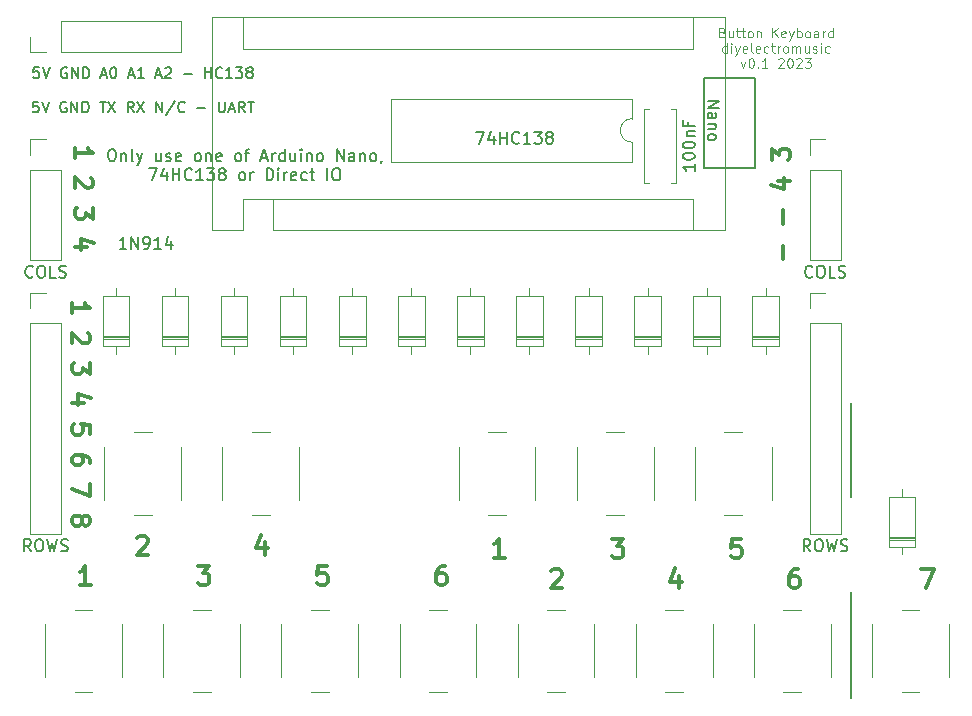
<source format=gbr>
%TF.GenerationSoftware,KiCad,Pcbnew,(6.0.5)*%
%TF.CreationDate,2023-01-23T15:27:26+00:00*%
%TF.ProjectId,ButtonKeyboard,42757474-6f6e-44b6-9579-626f6172642e,rev?*%
%TF.SameCoordinates,Original*%
%TF.FileFunction,Legend,Top*%
%TF.FilePolarity,Positive*%
%FSLAX46Y46*%
G04 Gerber Fmt 4.6, Leading zero omitted, Abs format (unit mm)*
G04 Created by KiCad (PCBNEW (6.0.5)) date 2023-01-23 15:27:26*
%MOMM*%
%LPD*%
G01*
G04 APERTURE LIST*
%ADD10C,0.150000*%
%ADD11C,0.100000*%
%ADD12C,0.300000*%
%ADD13C,0.120000*%
G04 APERTURE END LIST*
D10*
X107514857Y-71545380D02*
X107705333Y-71545380D01*
X107800571Y-71593000D01*
X107895809Y-71688238D01*
X107943428Y-71878714D01*
X107943428Y-72212047D01*
X107895809Y-72402523D01*
X107800571Y-72497761D01*
X107705333Y-72545380D01*
X107514857Y-72545380D01*
X107419619Y-72497761D01*
X107324380Y-72402523D01*
X107276761Y-72212047D01*
X107276761Y-71878714D01*
X107324380Y-71688238D01*
X107419619Y-71593000D01*
X107514857Y-71545380D01*
X108372000Y-71878714D02*
X108372000Y-72545380D01*
X108372000Y-71973952D02*
X108419619Y-71926333D01*
X108514857Y-71878714D01*
X108657714Y-71878714D01*
X108752952Y-71926333D01*
X108800571Y-72021571D01*
X108800571Y-72545380D01*
X109419619Y-72545380D02*
X109324380Y-72497761D01*
X109276761Y-72402523D01*
X109276761Y-71545380D01*
X109705333Y-71878714D02*
X109943428Y-72545380D01*
X110181523Y-71878714D02*
X109943428Y-72545380D01*
X109848190Y-72783476D01*
X109800571Y-72831095D01*
X109705333Y-72878714D01*
X111752952Y-71878714D02*
X111752952Y-72545380D01*
X111324380Y-71878714D02*
X111324380Y-72402523D01*
X111372000Y-72497761D01*
X111467238Y-72545380D01*
X111610095Y-72545380D01*
X111705333Y-72497761D01*
X111752952Y-72450142D01*
X112181523Y-72497761D02*
X112276761Y-72545380D01*
X112467238Y-72545380D01*
X112562476Y-72497761D01*
X112610095Y-72402523D01*
X112610095Y-72354904D01*
X112562476Y-72259666D01*
X112467238Y-72212047D01*
X112324380Y-72212047D01*
X112229142Y-72164428D01*
X112181523Y-72069190D01*
X112181523Y-72021571D01*
X112229142Y-71926333D01*
X112324380Y-71878714D01*
X112467238Y-71878714D01*
X112562476Y-71926333D01*
X113419619Y-72497761D02*
X113324380Y-72545380D01*
X113133904Y-72545380D01*
X113038666Y-72497761D01*
X112991047Y-72402523D01*
X112991047Y-72021571D01*
X113038666Y-71926333D01*
X113133904Y-71878714D01*
X113324380Y-71878714D01*
X113419619Y-71926333D01*
X113467238Y-72021571D01*
X113467238Y-72116809D01*
X112991047Y-72212047D01*
X114800571Y-72545380D02*
X114705333Y-72497761D01*
X114657714Y-72450142D01*
X114610095Y-72354904D01*
X114610095Y-72069190D01*
X114657714Y-71973952D01*
X114705333Y-71926333D01*
X114800571Y-71878714D01*
X114943428Y-71878714D01*
X115038666Y-71926333D01*
X115086285Y-71973952D01*
X115133904Y-72069190D01*
X115133904Y-72354904D01*
X115086285Y-72450142D01*
X115038666Y-72497761D01*
X114943428Y-72545380D01*
X114800571Y-72545380D01*
X115562476Y-71878714D02*
X115562476Y-72545380D01*
X115562476Y-71973952D02*
X115610095Y-71926333D01*
X115705333Y-71878714D01*
X115848190Y-71878714D01*
X115943428Y-71926333D01*
X115991047Y-72021571D01*
X115991047Y-72545380D01*
X116848190Y-72497761D02*
X116752952Y-72545380D01*
X116562476Y-72545380D01*
X116467238Y-72497761D01*
X116419619Y-72402523D01*
X116419619Y-72021571D01*
X116467238Y-71926333D01*
X116562476Y-71878714D01*
X116752952Y-71878714D01*
X116848190Y-71926333D01*
X116895809Y-72021571D01*
X116895809Y-72116809D01*
X116419619Y-72212047D01*
X118229142Y-72545380D02*
X118133904Y-72497761D01*
X118086285Y-72450142D01*
X118038666Y-72354904D01*
X118038666Y-72069190D01*
X118086285Y-71973952D01*
X118133904Y-71926333D01*
X118229142Y-71878714D01*
X118372000Y-71878714D01*
X118467238Y-71926333D01*
X118514857Y-71973952D01*
X118562476Y-72069190D01*
X118562476Y-72354904D01*
X118514857Y-72450142D01*
X118467238Y-72497761D01*
X118372000Y-72545380D01*
X118229142Y-72545380D01*
X118848190Y-71878714D02*
X119229142Y-71878714D01*
X118991047Y-72545380D02*
X118991047Y-71688238D01*
X119038666Y-71593000D01*
X119133904Y-71545380D01*
X119229142Y-71545380D01*
X120276761Y-72259666D02*
X120752952Y-72259666D01*
X120181523Y-72545380D02*
X120514857Y-71545380D01*
X120848190Y-72545380D01*
X121181523Y-72545380D02*
X121181523Y-71878714D01*
X121181523Y-72069190D02*
X121229142Y-71973952D01*
X121276761Y-71926333D01*
X121372000Y-71878714D01*
X121467238Y-71878714D01*
X122229142Y-72545380D02*
X122229142Y-71545380D01*
X122229142Y-72497761D02*
X122133904Y-72545380D01*
X121943428Y-72545380D01*
X121848190Y-72497761D01*
X121800571Y-72450142D01*
X121752952Y-72354904D01*
X121752952Y-72069190D01*
X121800571Y-71973952D01*
X121848190Y-71926333D01*
X121943428Y-71878714D01*
X122133904Y-71878714D01*
X122229142Y-71926333D01*
X123133904Y-71878714D02*
X123133904Y-72545380D01*
X122705333Y-71878714D02*
X122705333Y-72402523D01*
X122752952Y-72497761D01*
X122848190Y-72545380D01*
X122991047Y-72545380D01*
X123086285Y-72497761D01*
X123133904Y-72450142D01*
X123610095Y-72545380D02*
X123610095Y-71878714D01*
X123610095Y-71545380D02*
X123562476Y-71593000D01*
X123610095Y-71640619D01*
X123657714Y-71593000D01*
X123610095Y-71545380D01*
X123610095Y-71640619D01*
X124086285Y-71878714D02*
X124086285Y-72545380D01*
X124086285Y-71973952D02*
X124133904Y-71926333D01*
X124229142Y-71878714D01*
X124372000Y-71878714D01*
X124467238Y-71926333D01*
X124514857Y-72021571D01*
X124514857Y-72545380D01*
X125133904Y-72545380D02*
X125038666Y-72497761D01*
X124991047Y-72450142D01*
X124943428Y-72354904D01*
X124943428Y-72069190D01*
X124991047Y-71973952D01*
X125038666Y-71926333D01*
X125133904Y-71878714D01*
X125276761Y-71878714D01*
X125372000Y-71926333D01*
X125419619Y-71973952D01*
X125467238Y-72069190D01*
X125467238Y-72354904D01*
X125419619Y-72450142D01*
X125372000Y-72497761D01*
X125276761Y-72545380D01*
X125133904Y-72545380D01*
X126657714Y-72545380D02*
X126657714Y-71545380D01*
X127229142Y-72545380D01*
X127229142Y-71545380D01*
X128133904Y-72545380D02*
X128133904Y-72021571D01*
X128086285Y-71926333D01*
X127991047Y-71878714D01*
X127800571Y-71878714D01*
X127705333Y-71926333D01*
X128133904Y-72497761D02*
X128038666Y-72545380D01*
X127800571Y-72545380D01*
X127705333Y-72497761D01*
X127657714Y-72402523D01*
X127657714Y-72307285D01*
X127705333Y-72212047D01*
X127800571Y-72164428D01*
X128038666Y-72164428D01*
X128133904Y-72116809D01*
X128610095Y-71878714D02*
X128610095Y-72545380D01*
X128610095Y-71973952D02*
X128657714Y-71926333D01*
X128752952Y-71878714D01*
X128895809Y-71878714D01*
X128991047Y-71926333D01*
X129038666Y-72021571D01*
X129038666Y-72545380D01*
X129657714Y-72545380D02*
X129562476Y-72497761D01*
X129514857Y-72450142D01*
X129467238Y-72354904D01*
X129467238Y-72069190D01*
X129514857Y-71973952D01*
X129562476Y-71926333D01*
X129657714Y-71878714D01*
X129800571Y-71878714D01*
X129895809Y-71926333D01*
X129943428Y-71973952D01*
X129991047Y-72069190D01*
X129991047Y-72354904D01*
X129943428Y-72450142D01*
X129895809Y-72497761D01*
X129800571Y-72545380D01*
X129657714Y-72545380D01*
X130467238Y-72497761D02*
X130467238Y-72545380D01*
X130419619Y-72640619D01*
X130372000Y-72688238D01*
X110752952Y-73155380D02*
X111419619Y-73155380D01*
X110991047Y-74155380D01*
X112229142Y-73488714D02*
X112229142Y-74155380D01*
X111991047Y-73107761D02*
X111752952Y-73822047D01*
X112372000Y-73822047D01*
X112752952Y-74155380D02*
X112752952Y-73155380D01*
X112752952Y-73631571D02*
X113324380Y-73631571D01*
X113324380Y-74155380D02*
X113324380Y-73155380D01*
X114372000Y-74060142D02*
X114324380Y-74107761D01*
X114181523Y-74155380D01*
X114086285Y-74155380D01*
X113943428Y-74107761D01*
X113848190Y-74012523D01*
X113800571Y-73917285D01*
X113752952Y-73726809D01*
X113752952Y-73583952D01*
X113800571Y-73393476D01*
X113848190Y-73298238D01*
X113943428Y-73203000D01*
X114086285Y-73155380D01*
X114181523Y-73155380D01*
X114324380Y-73203000D01*
X114372000Y-73250619D01*
X115324380Y-74155380D02*
X114752952Y-74155380D01*
X115038666Y-74155380D02*
X115038666Y-73155380D01*
X114943428Y-73298238D01*
X114848190Y-73393476D01*
X114752952Y-73441095D01*
X115657714Y-73155380D02*
X116276761Y-73155380D01*
X115943428Y-73536333D01*
X116086285Y-73536333D01*
X116181523Y-73583952D01*
X116229142Y-73631571D01*
X116276761Y-73726809D01*
X116276761Y-73964904D01*
X116229142Y-74060142D01*
X116181523Y-74107761D01*
X116086285Y-74155380D01*
X115800571Y-74155380D01*
X115705333Y-74107761D01*
X115657714Y-74060142D01*
X116848190Y-73583952D02*
X116752952Y-73536333D01*
X116705333Y-73488714D01*
X116657714Y-73393476D01*
X116657714Y-73345857D01*
X116705333Y-73250619D01*
X116752952Y-73203000D01*
X116848190Y-73155380D01*
X117038666Y-73155380D01*
X117133904Y-73203000D01*
X117181523Y-73250619D01*
X117229142Y-73345857D01*
X117229142Y-73393476D01*
X117181523Y-73488714D01*
X117133904Y-73536333D01*
X117038666Y-73583952D01*
X116848190Y-73583952D01*
X116752952Y-73631571D01*
X116705333Y-73679190D01*
X116657714Y-73774428D01*
X116657714Y-73964904D01*
X116705333Y-74060142D01*
X116752952Y-74107761D01*
X116848190Y-74155380D01*
X117038666Y-74155380D01*
X117133904Y-74107761D01*
X117181523Y-74060142D01*
X117229142Y-73964904D01*
X117229142Y-73774428D01*
X117181523Y-73679190D01*
X117133904Y-73631571D01*
X117038666Y-73583952D01*
X118562476Y-74155380D02*
X118467238Y-74107761D01*
X118419619Y-74060142D01*
X118372000Y-73964904D01*
X118372000Y-73679190D01*
X118419619Y-73583952D01*
X118467238Y-73536333D01*
X118562476Y-73488714D01*
X118705333Y-73488714D01*
X118800571Y-73536333D01*
X118848190Y-73583952D01*
X118895809Y-73679190D01*
X118895809Y-73964904D01*
X118848190Y-74060142D01*
X118800571Y-74107761D01*
X118705333Y-74155380D01*
X118562476Y-74155380D01*
X119324380Y-74155380D02*
X119324380Y-73488714D01*
X119324380Y-73679190D02*
X119372000Y-73583952D01*
X119419619Y-73536333D01*
X119514857Y-73488714D01*
X119610095Y-73488714D01*
X120705333Y-74155380D02*
X120705333Y-73155380D01*
X120943428Y-73155380D01*
X121086285Y-73203000D01*
X121181523Y-73298238D01*
X121229142Y-73393476D01*
X121276761Y-73583952D01*
X121276761Y-73726809D01*
X121229142Y-73917285D01*
X121181523Y-74012523D01*
X121086285Y-74107761D01*
X120943428Y-74155380D01*
X120705333Y-74155380D01*
X121705333Y-74155380D02*
X121705333Y-73488714D01*
X121705333Y-73155380D02*
X121657714Y-73203000D01*
X121705333Y-73250619D01*
X121752952Y-73203000D01*
X121705333Y-73155380D01*
X121705333Y-73250619D01*
X122181523Y-74155380D02*
X122181523Y-73488714D01*
X122181523Y-73679190D02*
X122229142Y-73583952D01*
X122276761Y-73536333D01*
X122372000Y-73488714D01*
X122467238Y-73488714D01*
X123181523Y-74107761D02*
X123086285Y-74155380D01*
X122895809Y-74155380D01*
X122800571Y-74107761D01*
X122752952Y-74012523D01*
X122752952Y-73631571D01*
X122800571Y-73536333D01*
X122895809Y-73488714D01*
X123086285Y-73488714D01*
X123181523Y-73536333D01*
X123229142Y-73631571D01*
X123229142Y-73726809D01*
X122752952Y-73822047D01*
X124086285Y-74107761D02*
X123991047Y-74155380D01*
X123800571Y-74155380D01*
X123705333Y-74107761D01*
X123657714Y-74060142D01*
X123610095Y-73964904D01*
X123610095Y-73679190D01*
X123657714Y-73583952D01*
X123705333Y-73536333D01*
X123800571Y-73488714D01*
X123991047Y-73488714D01*
X124086285Y-73536333D01*
X124372000Y-73488714D02*
X124752952Y-73488714D01*
X124514857Y-73155380D02*
X124514857Y-74012523D01*
X124562476Y-74107761D01*
X124657714Y-74155380D01*
X124752952Y-74155380D01*
X125848190Y-74155380D02*
X125848190Y-73155380D01*
X126514857Y-73155380D02*
X126705333Y-73155380D01*
X126800571Y-73203000D01*
X126895809Y-73298238D01*
X126943428Y-73488714D01*
X126943428Y-73822047D01*
X126895809Y-74012523D01*
X126800571Y-74107761D01*
X126705333Y-74155380D01*
X126514857Y-74155380D01*
X126419619Y-74107761D01*
X126324380Y-74012523D01*
X126276761Y-73822047D01*
X126276761Y-73488714D01*
X126324380Y-73298238D01*
X126419619Y-73203000D01*
X126514857Y-73155380D01*
D11*
X159296666Y-61646857D02*
X159410952Y-61684952D01*
X159449047Y-61723047D01*
X159487142Y-61799238D01*
X159487142Y-61913523D01*
X159449047Y-61989714D01*
X159410952Y-62027809D01*
X159334761Y-62065904D01*
X159030000Y-62065904D01*
X159030000Y-61265904D01*
X159296666Y-61265904D01*
X159372857Y-61304000D01*
X159410952Y-61342095D01*
X159449047Y-61418285D01*
X159449047Y-61494476D01*
X159410952Y-61570666D01*
X159372857Y-61608761D01*
X159296666Y-61646857D01*
X159030000Y-61646857D01*
X160172857Y-61532571D02*
X160172857Y-62065904D01*
X159830000Y-61532571D02*
X159830000Y-61951619D01*
X159868095Y-62027809D01*
X159944285Y-62065904D01*
X160058571Y-62065904D01*
X160134761Y-62027809D01*
X160172857Y-61989714D01*
X160439523Y-61532571D02*
X160744285Y-61532571D01*
X160553809Y-61265904D02*
X160553809Y-61951619D01*
X160591904Y-62027809D01*
X160668095Y-62065904D01*
X160744285Y-62065904D01*
X160896666Y-61532571D02*
X161201428Y-61532571D01*
X161010952Y-61265904D02*
X161010952Y-61951619D01*
X161049047Y-62027809D01*
X161125238Y-62065904D01*
X161201428Y-62065904D01*
X161582380Y-62065904D02*
X161506190Y-62027809D01*
X161468095Y-61989714D01*
X161430000Y-61913523D01*
X161430000Y-61684952D01*
X161468095Y-61608761D01*
X161506190Y-61570666D01*
X161582380Y-61532571D01*
X161696666Y-61532571D01*
X161772857Y-61570666D01*
X161810952Y-61608761D01*
X161849047Y-61684952D01*
X161849047Y-61913523D01*
X161810952Y-61989714D01*
X161772857Y-62027809D01*
X161696666Y-62065904D01*
X161582380Y-62065904D01*
X162191904Y-61532571D02*
X162191904Y-62065904D01*
X162191904Y-61608761D02*
X162230000Y-61570666D01*
X162306190Y-61532571D01*
X162420476Y-61532571D01*
X162496666Y-61570666D01*
X162534761Y-61646857D01*
X162534761Y-62065904D01*
X163525238Y-62065904D02*
X163525238Y-61265904D01*
X163982380Y-62065904D02*
X163639523Y-61608761D01*
X163982380Y-61265904D02*
X163525238Y-61723047D01*
X164630000Y-62027809D02*
X164553809Y-62065904D01*
X164401428Y-62065904D01*
X164325238Y-62027809D01*
X164287142Y-61951619D01*
X164287142Y-61646857D01*
X164325238Y-61570666D01*
X164401428Y-61532571D01*
X164553809Y-61532571D01*
X164630000Y-61570666D01*
X164668095Y-61646857D01*
X164668095Y-61723047D01*
X164287142Y-61799238D01*
X164934761Y-61532571D02*
X165125238Y-62065904D01*
X165315714Y-61532571D02*
X165125238Y-62065904D01*
X165049047Y-62256380D01*
X165010952Y-62294476D01*
X164934761Y-62332571D01*
X165620476Y-62065904D02*
X165620476Y-61265904D01*
X165620476Y-61570666D02*
X165696666Y-61532571D01*
X165849047Y-61532571D01*
X165925238Y-61570666D01*
X165963333Y-61608761D01*
X166001428Y-61684952D01*
X166001428Y-61913523D01*
X165963333Y-61989714D01*
X165925238Y-62027809D01*
X165849047Y-62065904D01*
X165696666Y-62065904D01*
X165620476Y-62027809D01*
X166458571Y-62065904D02*
X166382380Y-62027809D01*
X166344285Y-61989714D01*
X166306190Y-61913523D01*
X166306190Y-61684952D01*
X166344285Y-61608761D01*
X166382380Y-61570666D01*
X166458571Y-61532571D01*
X166572857Y-61532571D01*
X166649047Y-61570666D01*
X166687142Y-61608761D01*
X166725238Y-61684952D01*
X166725238Y-61913523D01*
X166687142Y-61989714D01*
X166649047Y-62027809D01*
X166572857Y-62065904D01*
X166458571Y-62065904D01*
X167410952Y-62065904D02*
X167410952Y-61646857D01*
X167372857Y-61570666D01*
X167296666Y-61532571D01*
X167144285Y-61532571D01*
X167068095Y-61570666D01*
X167410952Y-62027809D02*
X167334761Y-62065904D01*
X167144285Y-62065904D01*
X167068095Y-62027809D01*
X167030000Y-61951619D01*
X167030000Y-61875428D01*
X167068095Y-61799238D01*
X167144285Y-61761142D01*
X167334761Y-61761142D01*
X167410952Y-61723047D01*
X167791904Y-62065904D02*
X167791904Y-61532571D01*
X167791904Y-61684952D02*
X167830000Y-61608761D01*
X167868095Y-61570666D01*
X167944285Y-61532571D01*
X168020476Y-61532571D01*
X168630000Y-62065904D02*
X168630000Y-61265904D01*
X168630000Y-62027809D02*
X168553809Y-62065904D01*
X168401428Y-62065904D01*
X168325238Y-62027809D01*
X168287142Y-61989714D01*
X168249047Y-61913523D01*
X168249047Y-61684952D01*
X168287142Y-61608761D01*
X168325238Y-61570666D01*
X168401428Y-61532571D01*
X168553809Y-61532571D01*
X168630000Y-61570666D01*
X159677619Y-63353904D02*
X159677619Y-62553904D01*
X159677619Y-63315809D02*
X159601428Y-63353904D01*
X159449047Y-63353904D01*
X159372857Y-63315809D01*
X159334761Y-63277714D01*
X159296666Y-63201523D01*
X159296666Y-62972952D01*
X159334761Y-62896761D01*
X159372857Y-62858666D01*
X159449047Y-62820571D01*
X159601428Y-62820571D01*
X159677619Y-62858666D01*
X160058571Y-63353904D02*
X160058571Y-62820571D01*
X160058571Y-62553904D02*
X160020476Y-62592000D01*
X160058571Y-62630095D01*
X160096666Y-62592000D01*
X160058571Y-62553904D01*
X160058571Y-62630095D01*
X160363333Y-62820571D02*
X160553809Y-63353904D01*
X160744285Y-62820571D02*
X160553809Y-63353904D01*
X160477619Y-63544380D01*
X160439523Y-63582476D01*
X160363333Y-63620571D01*
X161353809Y-63315809D02*
X161277619Y-63353904D01*
X161125238Y-63353904D01*
X161049047Y-63315809D01*
X161010952Y-63239619D01*
X161010952Y-62934857D01*
X161049047Y-62858666D01*
X161125238Y-62820571D01*
X161277619Y-62820571D01*
X161353809Y-62858666D01*
X161391904Y-62934857D01*
X161391904Y-63011047D01*
X161010952Y-63087238D01*
X161849047Y-63353904D02*
X161772857Y-63315809D01*
X161734761Y-63239619D01*
X161734761Y-62553904D01*
X162458571Y-63315809D02*
X162382380Y-63353904D01*
X162230000Y-63353904D01*
X162153809Y-63315809D01*
X162115714Y-63239619D01*
X162115714Y-62934857D01*
X162153809Y-62858666D01*
X162230000Y-62820571D01*
X162382380Y-62820571D01*
X162458571Y-62858666D01*
X162496666Y-62934857D01*
X162496666Y-63011047D01*
X162115714Y-63087238D01*
X163182380Y-63315809D02*
X163106190Y-63353904D01*
X162953809Y-63353904D01*
X162877619Y-63315809D01*
X162839523Y-63277714D01*
X162801428Y-63201523D01*
X162801428Y-62972952D01*
X162839523Y-62896761D01*
X162877619Y-62858666D01*
X162953809Y-62820571D01*
X163106190Y-62820571D01*
X163182380Y-62858666D01*
X163410952Y-62820571D02*
X163715714Y-62820571D01*
X163525238Y-62553904D02*
X163525238Y-63239619D01*
X163563333Y-63315809D01*
X163639523Y-63353904D01*
X163715714Y-63353904D01*
X163982380Y-63353904D02*
X163982380Y-62820571D01*
X163982380Y-62972952D02*
X164020476Y-62896761D01*
X164058571Y-62858666D01*
X164134761Y-62820571D01*
X164210952Y-62820571D01*
X164591904Y-63353904D02*
X164515714Y-63315809D01*
X164477619Y-63277714D01*
X164439523Y-63201523D01*
X164439523Y-62972952D01*
X164477619Y-62896761D01*
X164515714Y-62858666D01*
X164591904Y-62820571D01*
X164706190Y-62820571D01*
X164782380Y-62858666D01*
X164820476Y-62896761D01*
X164858571Y-62972952D01*
X164858571Y-63201523D01*
X164820476Y-63277714D01*
X164782380Y-63315809D01*
X164706190Y-63353904D01*
X164591904Y-63353904D01*
X165201428Y-63353904D02*
X165201428Y-62820571D01*
X165201428Y-62896761D02*
X165239523Y-62858666D01*
X165315714Y-62820571D01*
X165430000Y-62820571D01*
X165506190Y-62858666D01*
X165544285Y-62934857D01*
X165544285Y-63353904D01*
X165544285Y-62934857D02*
X165582380Y-62858666D01*
X165658571Y-62820571D01*
X165772857Y-62820571D01*
X165849047Y-62858666D01*
X165887142Y-62934857D01*
X165887142Y-63353904D01*
X166610952Y-62820571D02*
X166610952Y-63353904D01*
X166268095Y-62820571D02*
X166268095Y-63239619D01*
X166306190Y-63315809D01*
X166382380Y-63353904D01*
X166496666Y-63353904D01*
X166572857Y-63315809D01*
X166610952Y-63277714D01*
X166953809Y-63315809D02*
X167030000Y-63353904D01*
X167182380Y-63353904D01*
X167258571Y-63315809D01*
X167296666Y-63239619D01*
X167296666Y-63201523D01*
X167258571Y-63125333D01*
X167182380Y-63087238D01*
X167068095Y-63087238D01*
X166991904Y-63049142D01*
X166953809Y-62972952D01*
X166953809Y-62934857D01*
X166991904Y-62858666D01*
X167068095Y-62820571D01*
X167182380Y-62820571D01*
X167258571Y-62858666D01*
X167639523Y-63353904D02*
X167639523Y-62820571D01*
X167639523Y-62553904D02*
X167601428Y-62592000D01*
X167639523Y-62630095D01*
X167677619Y-62592000D01*
X167639523Y-62553904D01*
X167639523Y-62630095D01*
X168363333Y-63315809D02*
X168287142Y-63353904D01*
X168134761Y-63353904D01*
X168058571Y-63315809D01*
X168020476Y-63277714D01*
X167982380Y-63201523D01*
X167982380Y-62972952D01*
X168020476Y-62896761D01*
X168058571Y-62858666D01*
X168134761Y-62820571D01*
X168287142Y-62820571D01*
X168363333Y-62858666D01*
X160858571Y-64108571D02*
X161049047Y-64641904D01*
X161239523Y-64108571D01*
X161696666Y-63841904D02*
X161772857Y-63841904D01*
X161849047Y-63880000D01*
X161887142Y-63918095D01*
X161925238Y-63994285D01*
X161963333Y-64146666D01*
X161963333Y-64337142D01*
X161925238Y-64489523D01*
X161887142Y-64565714D01*
X161849047Y-64603809D01*
X161772857Y-64641904D01*
X161696666Y-64641904D01*
X161620476Y-64603809D01*
X161582380Y-64565714D01*
X161544285Y-64489523D01*
X161506190Y-64337142D01*
X161506190Y-64146666D01*
X161544285Y-63994285D01*
X161582380Y-63918095D01*
X161620476Y-63880000D01*
X161696666Y-63841904D01*
X162306190Y-64565714D02*
X162344285Y-64603809D01*
X162306190Y-64641904D01*
X162268095Y-64603809D01*
X162306190Y-64565714D01*
X162306190Y-64641904D01*
X163106190Y-64641904D02*
X162649047Y-64641904D01*
X162877619Y-64641904D02*
X162877619Y-63841904D01*
X162801428Y-63956190D01*
X162725238Y-64032380D01*
X162649047Y-64070476D01*
X164020476Y-63918095D02*
X164058571Y-63880000D01*
X164134761Y-63841904D01*
X164325238Y-63841904D01*
X164401428Y-63880000D01*
X164439523Y-63918095D01*
X164477619Y-63994285D01*
X164477619Y-64070476D01*
X164439523Y-64184761D01*
X163982380Y-64641904D01*
X164477619Y-64641904D01*
X164972857Y-63841904D02*
X165049047Y-63841904D01*
X165125238Y-63880000D01*
X165163333Y-63918095D01*
X165201428Y-63994285D01*
X165239523Y-64146666D01*
X165239523Y-64337142D01*
X165201428Y-64489523D01*
X165163333Y-64565714D01*
X165125238Y-64603809D01*
X165049047Y-64641904D01*
X164972857Y-64641904D01*
X164896666Y-64603809D01*
X164858571Y-64565714D01*
X164820476Y-64489523D01*
X164782380Y-64337142D01*
X164782380Y-64146666D01*
X164820476Y-63994285D01*
X164858571Y-63918095D01*
X164896666Y-63880000D01*
X164972857Y-63841904D01*
X165544285Y-63918095D02*
X165582380Y-63880000D01*
X165658571Y-63841904D01*
X165849047Y-63841904D01*
X165925238Y-63880000D01*
X165963333Y-63918095D01*
X166001428Y-63994285D01*
X166001428Y-64070476D01*
X165963333Y-64184761D01*
X165506190Y-64641904D01*
X166001428Y-64641904D01*
X166268095Y-63841904D02*
X166763333Y-63841904D01*
X166496666Y-64146666D01*
X166610952Y-64146666D01*
X166687142Y-64184761D01*
X166725238Y-64222857D01*
X166763333Y-64299047D01*
X166763333Y-64489523D01*
X166725238Y-64565714D01*
X166687142Y-64603809D01*
X166610952Y-64641904D01*
X166382380Y-64641904D01*
X166306190Y-64603809D01*
X166268095Y-64565714D01*
D10*
X170180000Y-109000000D02*
X170180000Y-118000000D01*
D12*
X140860047Y-106115809D02*
X139945761Y-106115809D01*
X140402904Y-106115809D02*
X140402904Y-104515809D01*
X140250523Y-104744380D01*
X140098142Y-104896761D01*
X139945761Y-104972952D01*
X149926714Y-104515809D02*
X150917190Y-104515809D01*
X150383857Y-105125333D01*
X150612428Y-105125333D01*
X150764809Y-105201523D01*
X150841000Y-105277714D01*
X150917190Y-105430095D01*
X150917190Y-105811047D01*
X150841000Y-105963428D01*
X150764809Y-106039619D01*
X150612428Y-106115809D01*
X150155285Y-106115809D01*
X150002904Y-106039619D01*
X149926714Y-105963428D01*
X160898142Y-104515809D02*
X160136238Y-104515809D01*
X160060047Y-105277714D01*
X160136238Y-105201523D01*
X160288619Y-105125333D01*
X160669571Y-105125333D01*
X160821952Y-105201523D01*
X160898142Y-105277714D01*
X160974333Y-105430095D01*
X160974333Y-105811047D01*
X160898142Y-105963428D01*
X160821952Y-106039619D01*
X160669571Y-106115809D01*
X160288619Y-106115809D01*
X160136238Y-106039619D01*
X160060047Y-105963428D01*
X144821952Y-107244190D02*
X144898142Y-107168000D01*
X145050523Y-107091809D01*
X145431476Y-107091809D01*
X145583857Y-107168000D01*
X145660047Y-107244190D01*
X145736238Y-107396571D01*
X145736238Y-107548952D01*
X145660047Y-107777523D01*
X144745761Y-108691809D01*
X145736238Y-108691809D01*
X155641000Y-107625142D02*
X155641000Y-108691809D01*
X155260047Y-107015619D02*
X154879095Y-108158476D01*
X155869571Y-108158476D01*
X165698142Y-107091809D02*
X165393380Y-107091809D01*
X165241000Y-107168000D01*
X165164809Y-107244190D01*
X165012428Y-107472761D01*
X164936238Y-107777523D01*
X164936238Y-108387047D01*
X165012428Y-108539428D01*
X165088619Y-108615619D01*
X165241000Y-108691809D01*
X165545761Y-108691809D01*
X165698142Y-108615619D01*
X165774333Y-108539428D01*
X165850523Y-108387047D01*
X165850523Y-108006095D01*
X165774333Y-107853714D01*
X165698142Y-107777523D01*
X165545761Y-107701333D01*
X165241000Y-107701333D01*
X165088619Y-107777523D01*
X165012428Y-107853714D01*
X164936238Y-108006095D01*
X176136238Y-107091809D02*
X177202904Y-107091809D01*
X176517190Y-108691809D01*
X109769952Y-104414190D02*
X109846142Y-104338000D01*
X109998523Y-104261809D01*
X110379476Y-104261809D01*
X110531857Y-104338000D01*
X110608047Y-104414190D01*
X110684238Y-104566571D01*
X110684238Y-104718952D01*
X110608047Y-104947523D01*
X109693761Y-105861809D01*
X110684238Y-105861809D01*
X120589000Y-104795142D02*
X120589000Y-105861809D01*
X120208047Y-104185619D02*
X119827095Y-105328476D01*
X120817571Y-105328476D01*
X105808047Y-108437809D02*
X104893761Y-108437809D01*
X105350904Y-108437809D02*
X105350904Y-106837809D01*
X105198523Y-107066380D01*
X105046142Y-107218761D01*
X104893761Y-107294952D01*
X114874714Y-106837809D02*
X115865190Y-106837809D01*
X115331857Y-107447333D01*
X115560428Y-107447333D01*
X115712809Y-107523523D01*
X115789000Y-107599714D01*
X115865190Y-107752095D01*
X115865190Y-108133047D01*
X115789000Y-108285428D01*
X115712809Y-108361619D01*
X115560428Y-108437809D01*
X115103285Y-108437809D01*
X114950904Y-108361619D01*
X114874714Y-108285428D01*
X125846142Y-106837809D02*
X125084238Y-106837809D01*
X125008047Y-107599714D01*
X125084238Y-107523523D01*
X125236619Y-107447333D01*
X125617571Y-107447333D01*
X125769952Y-107523523D01*
X125846142Y-107599714D01*
X125922333Y-107752095D01*
X125922333Y-108133047D01*
X125846142Y-108285428D01*
X125769952Y-108361619D01*
X125617571Y-108437809D01*
X125236619Y-108437809D01*
X125084238Y-108361619D01*
X125008047Y-108285428D01*
X135827095Y-106837809D02*
X135522333Y-106837809D01*
X135369952Y-106914000D01*
X135293761Y-106990190D01*
X135141380Y-107218761D01*
X135065190Y-107523523D01*
X135065190Y-108133047D01*
X135141380Y-108285428D01*
X135217571Y-108361619D01*
X135369952Y-108437809D01*
X135674714Y-108437809D01*
X135827095Y-108361619D01*
X135903285Y-108285428D01*
X135979476Y-108133047D01*
X135979476Y-107752095D01*
X135903285Y-107599714D01*
X135827095Y-107523523D01*
X135674714Y-107447333D01*
X135369952Y-107447333D01*
X135217571Y-107523523D01*
X135141380Y-107599714D01*
X135065190Y-107752095D01*
X104223428Y-85408571D02*
X104223428Y-84551428D01*
X104223428Y-84980000D02*
X105723428Y-84980000D01*
X105509142Y-84837142D01*
X105366285Y-84694285D01*
X105294857Y-84551428D01*
X105580571Y-87122857D02*
X105652000Y-87194285D01*
X105723428Y-87337142D01*
X105723428Y-87694285D01*
X105652000Y-87837142D01*
X105580571Y-87908571D01*
X105437714Y-87980000D01*
X105294857Y-87980000D01*
X105080571Y-87908571D01*
X104223428Y-87051428D01*
X104223428Y-87980000D01*
X105723428Y-89622857D02*
X105723428Y-90551428D01*
X105152000Y-90051428D01*
X105152000Y-90265714D01*
X105080571Y-90408571D01*
X105009142Y-90480000D01*
X104866285Y-90551428D01*
X104509142Y-90551428D01*
X104366285Y-90480000D01*
X104294857Y-90408571D01*
X104223428Y-90265714D01*
X104223428Y-89837142D01*
X104294857Y-89694285D01*
X104366285Y-89622857D01*
X105223428Y-92980000D02*
X104223428Y-92980000D01*
X105794857Y-92622857D02*
X104723428Y-92265714D01*
X104723428Y-93194285D01*
X105723428Y-95622857D02*
X105723428Y-94908571D01*
X105009142Y-94837142D01*
X105080571Y-94908571D01*
X105152000Y-95051428D01*
X105152000Y-95408571D01*
X105080571Y-95551428D01*
X105009142Y-95622857D01*
X104866285Y-95694285D01*
X104509142Y-95694285D01*
X104366285Y-95622857D01*
X104294857Y-95551428D01*
X104223428Y-95408571D01*
X104223428Y-95051428D01*
X104294857Y-94908571D01*
X104366285Y-94837142D01*
X105723428Y-98122857D02*
X105723428Y-97837142D01*
X105652000Y-97694285D01*
X105580571Y-97622857D01*
X105366285Y-97480000D01*
X105080571Y-97408571D01*
X104509142Y-97408571D01*
X104366285Y-97480000D01*
X104294857Y-97551428D01*
X104223428Y-97694285D01*
X104223428Y-97980000D01*
X104294857Y-98122857D01*
X104366285Y-98194285D01*
X104509142Y-98265714D01*
X104866285Y-98265714D01*
X105009142Y-98194285D01*
X105080571Y-98122857D01*
X105152000Y-97980000D01*
X105152000Y-97694285D01*
X105080571Y-97551428D01*
X105009142Y-97480000D01*
X104866285Y-97408571D01*
X105723428Y-99908571D02*
X105723428Y-100908571D01*
X104223428Y-100265714D01*
X105080571Y-102837142D02*
X105152000Y-102694285D01*
X105223428Y-102622857D01*
X105366285Y-102551428D01*
X105437714Y-102551428D01*
X105580571Y-102622857D01*
X105652000Y-102694285D01*
X105723428Y-102837142D01*
X105723428Y-103122857D01*
X105652000Y-103265714D01*
X105580571Y-103337142D01*
X105437714Y-103408571D01*
X105366285Y-103408571D01*
X105223428Y-103337142D01*
X105152000Y-103265714D01*
X105080571Y-103122857D01*
X105080571Y-102837142D01*
X105009142Y-102694285D01*
X104937714Y-102622857D01*
X104794857Y-102551428D01*
X104509142Y-102551428D01*
X104366285Y-102622857D01*
X104294857Y-102694285D01*
X104223428Y-102837142D01*
X104223428Y-103122857D01*
X104294857Y-103265714D01*
X104366285Y-103337142D01*
X104509142Y-103408571D01*
X104794857Y-103408571D01*
X104937714Y-103337142D01*
X105009142Y-103265714D01*
X105080571Y-103122857D01*
X164445142Y-80842857D02*
X164445142Y-79700000D01*
X164445142Y-77842857D02*
X164445142Y-76700000D01*
X164016571Y-74200000D02*
X165016571Y-74200000D01*
X163445142Y-74557142D02*
X164516571Y-74914285D01*
X164516571Y-73985714D01*
X163516571Y-72414285D02*
X163516571Y-71485714D01*
X164088000Y-71985714D01*
X164088000Y-71771428D01*
X164159428Y-71628571D01*
X164230857Y-71557142D01*
X164373714Y-71485714D01*
X164730857Y-71485714D01*
X164873714Y-71557142D01*
X164945142Y-71628571D01*
X165016571Y-71771428D01*
X165016571Y-72200000D01*
X164945142Y-72342857D01*
X164873714Y-72414285D01*
X104477428Y-72263428D02*
X104477428Y-71406285D01*
X104477428Y-71834857D02*
X105977428Y-71834857D01*
X105763142Y-71692000D01*
X105620285Y-71549142D01*
X105548857Y-71406285D01*
X105834571Y-73977714D02*
X105906000Y-74049142D01*
X105977428Y-74192000D01*
X105977428Y-74549142D01*
X105906000Y-74692000D01*
X105834571Y-74763428D01*
X105691714Y-74834857D01*
X105548857Y-74834857D01*
X105334571Y-74763428D01*
X104477428Y-73906285D01*
X104477428Y-74834857D01*
X105977428Y-76477714D02*
X105977428Y-77406285D01*
X105406000Y-76906285D01*
X105406000Y-77120571D01*
X105334571Y-77263428D01*
X105263142Y-77334857D01*
X105120285Y-77406285D01*
X104763142Y-77406285D01*
X104620285Y-77334857D01*
X104548857Y-77263428D01*
X104477428Y-77120571D01*
X104477428Y-76692000D01*
X104548857Y-76549142D01*
X104620285Y-76477714D01*
X105477428Y-79834857D02*
X104477428Y-79834857D01*
X106048857Y-79477714D02*
X104977428Y-79120571D01*
X104977428Y-80049142D01*
D10*
X101428857Y-64606142D02*
X101000285Y-64606142D01*
X100957428Y-65034714D01*
X101000285Y-64991857D01*
X101086000Y-64949000D01*
X101300285Y-64949000D01*
X101386000Y-64991857D01*
X101428857Y-65034714D01*
X101471714Y-65120428D01*
X101471714Y-65334714D01*
X101428857Y-65420428D01*
X101386000Y-65463285D01*
X101300285Y-65506142D01*
X101086000Y-65506142D01*
X101000285Y-65463285D01*
X100957428Y-65420428D01*
X101728857Y-64606142D02*
X102028857Y-65506142D01*
X102328857Y-64606142D01*
X103786000Y-64649000D02*
X103700285Y-64606142D01*
X103571714Y-64606142D01*
X103443142Y-64649000D01*
X103357428Y-64734714D01*
X103314571Y-64820428D01*
X103271714Y-64991857D01*
X103271714Y-65120428D01*
X103314571Y-65291857D01*
X103357428Y-65377571D01*
X103443142Y-65463285D01*
X103571714Y-65506142D01*
X103657428Y-65506142D01*
X103786000Y-65463285D01*
X103828857Y-65420428D01*
X103828857Y-65120428D01*
X103657428Y-65120428D01*
X104214571Y-65506142D02*
X104214571Y-64606142D01*
X104728857Y-65506142D01*
X104728857Y-64606142D01*
X105157428Y-65506142D02*
X105157428Y-64606142D01*
X105371714Y-64606142D01*
X105500285Y-64649000D01*
X105586000Y-64734714D01*
X105628857Y-64820428D01*
X105671714Y-64991857D01*
X105671714Y-65120428D01*
X105628857Y-65291857D01*
X105586000Y-65377571D01*
X105500285Y-65463285D01*
X105371714Y-65506142D01*
X105157428Y-65506142D01*
X106700285Y-65249000D02*
X107128857Y-65249000D01*
X106614571Y-65506142D02*
X106914571Y-64606142D01*
X107214571Y-65506142D01*
X107686000Y-64606142D02*
X107771714Y-64606142D01*
X107857428Y-64649000D01*
X107900285Y-64691857D01*
X107943142Y-64777571D01*
X107986000Y-64949000D01*
X107986000Y-65163285D01*
X107943142Y-65334714D01*
X107900285Y-65420428D01*
X107857428Y-65463285D01*
X107771714Y-65506142D01*
X107686000Y-65506142D01*
X107600285Y-65463285D01*
X107557428Y-65420428D01*
X107514571Y-65334714D01*
X107471714Y-65163285D01*
X107471714Y-64949000D01*
X107514571Y-64777571D01*
X107557428Y-64691857D01*
X107600285Y-64649000D01*
X107686000Y-64606142D01*
X109014571Y-65249000D02*
X109443142Y-65249000D01*
X108928857Y-65506142D02*
X109228857Y-64606142D01*
X109528857Y-65506142D01*
X110300285Y-65506142D02*
X109786000Y-65506142D01*
X110043142Y-65506142D02*
X110043142Y-64606142D01*
X109957428Y-64734714D01*
X109871714Y-64820428D01*
X109786000Y-64863285D01*
X111328857Y-65249000D02*
X111757428Y-65249000D01*
X111243142Y-65506142D02*
X111543142Y-64606142D01*
X111843142Y-65506142D01*
X112100285Y-64691857D02*
X112143142Y-64649000D01*
X112228857Y-64606142D01*
X112443142Y-64606142D01*
X112528857Y-64649000D01*
X112571714Y-64691857D01*
X112614571Y-64777571D01*
X112614571Y-64863285D01*
X112571714Y-64991857D01*
X112057428Y-65506142D01*
X112614571Y-65506142D01*
X113686000Y-65163285D02*
X114371714Y-65163285D01*
X115486000Y-65506142D02*
X115486000Y-64606142D01*
X115486000Y-65034714D02*
X116000285Y-65034714D01*
X116000285Y-65506142D02*
X116000285Y-64606142D01*
X116943142Y-65420428D02*
X116900285Y-65463285D01*
X116771714Y-65506142D01*
X116686000Y-65506142D01*
X116557428Y-65463285D01*
X116471714Y-65377571D01*
X116428857Y-65291857D01*
X116386000Y-65120428D01*
X116386000Y-64991857D01*
X116428857Y-64820428D01*
X116471714Y-64734714D01*
X116557428Y-64649000D01*
X116686000Y-64606142D01*
X116771714Y-64606142D01*
X116900285Y-64649000D01*
X116943142Y-64691857D01*
X117800285Y-65506142D02*
X117286000Y-65506142D01*
X117543142Y-65506142D02*
X117543142Y-64606142D01*
X117457428Y-64734714D01*
X117371714Y-64820428D01*
X117286000Y-64863285D01*
X118100285Y-64606142D02*
X118657428Y-64606142D01*
X118357428Y-64949000D01*
X118486000Y-64949000D01*
X118571714Y-64991857D01*
X118614571Y-65034714D01*
X118657428Y-65120428D01*
X118657428Y-65334714D01*
X118614571Y-65420428D01*
X118571714Y-65463285D01*
X118486000Y-65506142D01*
X118228857Y-65506142D01*
X118143142Y-65463285D01*
X118100285Y-65420428D01*
X119171714Y-64991857D02*
X119086000Y-64949000D01*
X119043142Y-64906142D01*
X119000285Y-64820428D01*
X119000285Y-64777571D01*
X119043142Y-64691857D01*
X119086000Y-64649000D01*
X119171714Y-64606142D01*
X119343142Y-64606142D01*
X119428857Y-64649000D01*
X119471714Y-64691857D01*
X119514571Y-64777571D01*
X119514571Y-64820428D01*
X119471714Y-64906142D01*
X119428857Y-64949000D01*
X119343142Y-64991857D01*
X119171714Y-64991857D01*
X119086000Y-65034714D01*
X119043142Y-65077571D01*
X119000285Y-65163285D01*
X119000285Y-65334714D01*
X119043142Y-65420428D01*
X119086000Y-65463285D01*
X119171714Y-65506142D01*
X119343142Y-65506142D01*
X119428857Y-65463285D01*
X119471714Y-65420428D01*
X119514571Y-65334714D01*
X119514571Y-65163285D01*
X119471714Y-65077571D01*
X119428857Y-65034714D01*
X119343142Y-64991857D01*
X101386000Y-67504142D02*
X100957428Y-67504142D01*
X100914571Y-67932714D01*
X100957428Y-67889857D01*
X101043142Y-67847000D01*
X101257428Y-67847000D01*
X101343142Y-67889857D01*
X101386000Y-67932714D01*
X101428857Y-68018428D01*
X101428857Y-68232714D01*
X101386000Y-68318428D01*
X101343142Y-68361285D01*
X101257428Y-68404142D01*
X101043142Y-68404142D01*
X100957428Y-68361285D01*
X100914571Y-68318428D01*
X101686000Y-67504142D02*
X101986000Y-68404142D01*
X102286000Y-67504142D01*
X103743142Y-67547000D02*
X103657428Y-67504142D01*
X103528857Y-67504142D01*
X103400285Y-67547000D01*
X103314571Y-67632714D01*
X103271714Y-67718428D01*
X103228857Y-67889857D01*
X103228857Y-68018428D01*
X103271714Y-68189857D01*
X103314571Y-68275571D01*
X103400285Y-68361285D01*
X103528857Y-68404142D01*
X103614571Y-68404142D01*
X103743142Y-68361285D01*
X103786000Y-68318428D01*
X103786000Y-68018428D01*
X103614571Y-68018428D01*
X104171714Y-68404142D02*
X104171714Y-67504142D01*
X104686000Y-68404142D01*
X104686000Y-67504142D01*
X105114571Y-68404142D02*
X105114571Y-67504142D01*
X105328857Y-67504142D01*
X105457428Y-67547000D01*
X105543142Y-67632714D01*
X105586000Y-67718428D01*
X105628857Y-67889857D01*
X105628857Y-68018428D01*
X105586000Y-68189857D01*
X105543142Y-68275571D01*
X105457428Y-68361285D01*
X105328857Y-68404142D01*
X105114571Y-68404142D01*
X106571714Y-67504142D02*
X107086000Y-67504142D01*
X106828857Y-68404142D02*
X106828857Y-67504142D01*
X107300285Y-67504142D02*
X107900285Y-68404142D01*
X107900285Y-67504142D02*
X107300285Y-68404142D01*
X109443142Y-68404142D02*
X109143142Y-67975571D01*
X108928857Y-68404142D02*
X108928857Y-67504142D01*
X109271714Y-67504142D01*
X109357428Y-67547000D01*
X109400285Y-67589857D01*
X109443142Y-67675571D01*
X109443142Y-67804142D01*
X109400285Y-67889857D01*
X109357428Y-67932714D01*
X109271714Y-67975571D01*
X108928857Y-67975571D01*
X109743142Y-67504142D02*
X110343142Y-68404142D01*
X110343142Y-67504142D02*
X109743142Y-68404142D01*
X111371714Y-68404142D02*
X111371714Y-67504142D01*
X111885999Y-68404142D01*
X111885999Y-67504142D01*
X112957428Y-67461285D02*
X112185999Y-68618428D01*
X113771714Y-68318428D02*
X113728857Y-68361285D01*
X113600285Y-68404142D01*
X113514571Y-68404142D01*
X113385999Y-68361285D01*
X113300285Y-68275571D01*
X113257428Y-68189857D01*
X113214571Y-68018428D01*
X113214571Y-67889857D01*
X113257428Y-67718428D01*
X113300285Y-67632714D01*
X113385999Y-67547000D01*
X113514571Y-67504142D01*
X113600285Y-67504142D01*
X113728857Y-67547000D01*
X113771714Y-67589857D01*
X114843142Y-68061285D02*
X115528857Y-68061285D01*
X116643142Y-67504142D02*
X116643142Y-68232714D01*
X116685999Y-68318428D01*
X116728857Y-68361285D01*
X116814571Y-68404142D01*
X116985999Y-68404142D01*
X117071714Y-68361285D01*
X117114571Y-68318428D01*
X117157428Y-68232714D01*
X117157428Y-67504142D01*
X117543142Y-68147000D02*
X117971714Y-68147000D01*
X117457428Y-68404142D02*
X117757428Y-67504142D01*
X118057428Y-68404142D01*
X118871714Y-68404142D02*
X118571714Y-67975571D01*
X118357428Y-68404142D02*
X118357428Y-67504142D01*
X118700285Y-67504142D01*
X118785999Y-67547000D01*
X118828857Y-67589857D01*
X118871714Y-67675571D01*
X118871714Y-67804142D01*
X118828857Y-67889857D01*
X118785999Y-67932714D01*
X118700285Y-67975571D01*
X118357428Y-67975571D01*
X119128857Y-67504142D02*
X119643142Y-67504142D01*
X119385999Y-68404142D02*
X119385999Y-67504142D01*
X162052000Y-73152000D02*
X157734000Y-73152000D01*
X157734000Y-73152000D02*
X157734000Y-65532000D01*
X157734000Y-65532000D02*
X162052000Y-65532000D01*
X162052000Y-65532000D02*
X162052000Y-73152000D01*
X170180000Y-93000000D02*
X170180000Y-101000000D01*
%TO.C,C1*%
X156942380Y-72787619D02*
X156942380Y-73359047D01*
X156942380Y-73073333D02*
X155942380Y-73073333D01*
X156085238Y-73168571D01*
X156180476Y-73263809D01*
X156228095Y-73359047D01*
X155942380Y-72168571D02*
X155942380Y-72073333D01*
X155990000Y-71978095D01*
X156037619Y-71930476D01*
X156132857Y-71882857D01*
X156323333Y-71835238D01*
X156561428Y-71835238D01*
X156751904Y-71882857D01*
X156847142Y-71930476D01*
X156894761Y-71978095D01*
X156942380Y-72073333D01*
X156942380Y-72168571D01*
X156894761Y-72263809D01*
X156847142Y-72311428D01*
X156751904Y-72359047D01*
X156561428Y-72406666D01*
X156323333Y-72406666D01*
X156132857Y-72359047D01*
X156037619Y-72311428D01*
X155990000Y-72263809D01*
X155942380Y-72168571D01*
X155942380Y-71216190D02*
X155942380Y-71120952D01*
X155990000Y-71025714D01*
X156037619Y-70978095D01*
X156132857Y-70930476D01*
X156323333Y-70882857D01*
X156561428Y-70882857D01*
X156751904Y-70930476D01*
X156847142Y-70978095D01*
X156894761Y-71025714D01*
X156942380Y-71120952D01*
X156942380Y-71216190D01*
X156894761Y-71311428D01*
X156847142Y-71359047D01*
X156751904Y-71406666D01*
X156561428Y-71454285D01*
X156323333Y-71454285D01*
X156132857Y-71406666D01*
X156037619Y-71359047D01*
X155990000Y-71311428D01*
X155942380Y-71216190D01*
X156275714Y-70454285D02*
X156942380Y-70454285D01*
X156370952Y-70454285D02*
X156323333Y-70406666D01*
X156275714Y-70311428D01*
X156275714Y-70168571D01*
X156323333Y-70073333D01*
X156418571Y-70025714D01*
X156942380Y-70025714D01*
X156418571Y-69216190D02*
X156418571Y-69549523D01*
X156942380Y-69549523D02*
X155942380Y-69549523D01*
X155942380Y-69073333D01*
%TO.C,U1*%
X138470095Y-70064380D02*
X139136761Y-70064380D01*
X138708190Y-71064380D01*
X139946285Y-70397714D02*
X139946285Y-71064380D01*
X139708190Y-70016761D02*
X139470095Y-70731047D01*
X140089142Y-70731047D01*
X140470095Y-71064380D02*
X140470095Y-70064380D01*
X140470095Y-70540571D02*
X141041523Y-70540571D01*
X141041523Y-71064380D02*
X141041523Y-70064380D01*
X142089142Y-70969142D02*
X142041523Y-71016761D01*
X141898666Y-71064380D01*
X141803428Y-71064380D01*
X141660571Y-71016761D01*
X141565333Y-70921523D01*
X141517714Y-70826285D01*
X141470095Y-70635809D01*
X141470095Y-70492952D01*
X141517714Y-70302476D01*
X141565333Y-70207238D01*
X141660571Y-70112000D01*
X141803428Y-70064380D01*
X141898666Y-70064380D01*
X142041523Y-70112000D01*
X142089142Y-70159619D01*
X143041523Y-71064380D02*
X142470095Y-71064380D01*
X142755809Y-71064380D02*
X142755809Y-70064380D01*
X142660571Y-70207238D01*
X142565333Y-70302476D01*
X142470095Y-70350095D01*
X143374857Y-70064380D02*
X143993904Y-70064380D01*
X143660571Y-70445333D01*
X143803428Y-70445333D01*
X143898666Y-70492952D01*
X143946285Y-70540571D01*
X143993904Y-70635809D01*
X143993904Y-70873904D01*
X143946285Y-70969142D01*
X143898666Y-71016761D01*
X143803428Y-71064380D01*
X143517714Y-71064380D01*
X143422476Y-71016761D01*
X143374857Y-70969142D01*
X144565333Y-70492952D02*
X144470095Y-70445333D01*
X144422476Y-70397714D01*
X144374857Y-70302476D01*
X144374857Y-70254857D01*
X144422476Y-70159619D01*
X144470095Y-70112000D01*
X144565333Y-70064380D01*
X144755809Y-70064380D01*
X144851047Y-70112000D01*
X144898666Y-70159619D01*
X144946285Y-70254857D01*
X144946285Y-70302476D01*
X144898666Y-70397714D01*
X144851047Y-70445333D01*
X144755809Y-70492952D01*
X144565333Y-70492952D01*
X144470095Y-70540571D01*
X144422476Y-70588190D01*
X144374857Y-70683428D01*
X144374857Y-70873904D01*
X144422476Y-70969142D01*
X144470095Y-71016761D01*
X144565333Y-71064380D01*
X144755809Y-71064380D01*
X144851047Y-71016761D01*
X144898666Y-70969142D01*
X144946285Y-70873904D01*
X144946285Y-70683428D01*
X144898666Y-70588190D01*
X144851047Y-70540571D01*
X144755809Y-70492952D01*
%TO.C,J5*%
X166738095Y-105562380D02*
X166404761Y-105086190D01*
X166166666Y-105562380D02*
X166166666Y-104562380D01*
X166547619Y-104562380D01*
X166642857Y-104610000D01*
X166690476Y-104657619D01*
X166738095Y-104752857D01*
X166738095Y-104895714D01*
X166690476Y-104990952D01*
X166642857Y-105038571D01*
X166547619Y-105086190D01*
X166166666Y-105086190D01*
X167357142Y-104562380D02*
X167547619Y-104562380D01*
X167642857Y-104610000D01*
X167738095Y-104705238D01*
X167785714Y-104895714D01*
X167785714Y-105229047D01*
X167738095Y-105419523D01*
X167642857Y-105514761D01*
X167547619Y-105562380D01*
X167357142Y-105562380D01*
X167261904Y-105514761D01*
X167166666Y-105419523D01*
X167119047Y-105229047D01*
X167119047Y-104895714D01*
X167166666Y-104705238D01*
X167261904Y-104610000D01*
X167357142Y-104562380D01*
X168119047Y-104562380D02*
X168357142Y-105562380D01*
X168547619Y-104848095D01*
X168738095Y-105562380D01*
X168976190Y-104562380D01*
X169309523Y-105514761D02*
X169452380Y-105562380D01*
X169690476Y-105562380D01*
X169785714Y-105514761D01*
X169833333Y-105467142D01*
X169880952Y-105371904D01*
X169880952Y-105276666D01*
X169833333Y-105181428D01*
X169785714Y-105133809D01*
X169690476Y-105086190D01*
X169500000Y-105038571D01*
X169404761Y-104990952D01*
X169357142Y-104943333D01*
X169309523Y-104848095D01*
X169309523Y-104752857D01*
X169357142Y-104657619D01*
X169404761Y-104610000D01*
X169500000Y-104562380D01*
X169738095Y-104562380D01*
X169880952Y-104610000D01*
%TO.C,A1*%
X158043619Y-67445142D02*
X159043619Y-67445142D01*
X158043619Y-68016571D01*
X159043619Y-68016571D01*
X158043619Y-68921333D02*
X158567428Y-68921333D01*
X158662666Y-68873714D01*
X158710285Y-68778476D01*
X158710285Y-68588000D01*
X158662666Y-68492761D01*
X158091238Y-68921333D02*
X158043619Y-68826095D01*
X158043619Y-68588000D01*
X158091238Y-68492761D01*
X158186476Y-68445142D01*
X158281714Y-68445142D01*
X158376952Y-68492761D01*
X158424571Y-68588000D01*
X158424571Y-68826095D01*
X158472190Y-68921333D01*
X158710285Y-69397523D02*
X158043619Y-69397523D01*
X158615047Y-69397523D02*
X158662666Y-69445142D01*
X158710285Y-69540380D01*
X158710285Y-69683238D01*
X158662666Y-69778476D01*
X158567428Y-69826095D01*
X158043619Y-69826095D01*
X158043619Y-70445142D02*
X158091238Y-70349904D01*
X158138857Y-70302285D01*
X158234095Y-70254666D01*
X158519809Y-70254666D01*
X158615047Y-70302285D01*
X158662666Y-70349904D01*
X158710285Y-70445142D01*
X158710285Y-70588000D01*
X158662666Y-70683238D01*
X158615047Y-70730857D01*
X158519809Y-70778476D01*
X158234095Y-70778476D01*
X158138857Y-70730857D01*
X158091238Y-70683238D01*
X158043619Y-70588000D01*
X158043619Y-70445142D01*
%TO.C,D1*%
X108823333Y-79954380D02*
X108251904Y-79954380D01*
X108537619Y-79954380D02*
X108537619Y-78954380D01*
X108442380Y-79097238D01*
X108347142Y-79192476D01*
X108251904Y-79240095D01*
X109251904Y-79954380D02*
X109251904Y-78954380D01*
X109823333Y-79954380D01*
X109823333Y-78954380D01*
X110347142Y-79954380D02*
X110537619Y-79954380D01*
X110632857Y-79906761D01*
X110680476Y-79859142D01*
X110775714Y-79716285D01*
X110823333Y-79525809D01*
X110823333Y-79144857D01*
X110775714Y-79049619D01*
X110728095Y-79002000D01*
X110632857Y-78954380D01*
X110442380Y-78954380D01*
X110347142Y-79002000D01*
X110299523Y-79049619D01*
X110251904Y-79144857D01*
X110251904Y-79382952D01*
X110299523Y-79478190D01*
X110347142Y-79525809D01*
X110442380Y-79573428D01*
X110632857Y-79573428D01*
X110728095Y-79525809D01*
X110775714Y-79478190D01*
X110823333Y-79382952D01*
X111775714Y-79954380D02*
X111204285Y-79954380D01*
X111490000Y-79954380D02*
X111490000Y-78954380D01*
X111394761Y-79097238D01*
X111299523Y-79192476D01*
X111204285Y-79240095D01*
X112632857Y-79287714D02*
X112632857Y-79954380D01*
X112394761Y-78906761D02*
X112156666Y-79621047D01*
X112775714Y-79621047D01*
%TO.C,J4*%
X166904761Y-82307142D02*
X166857142Y-82354761D01*
X166714285Y-82402380D01*
X166619047Y-82402380D01*
X166476190Y-82354761D01*
X166380952Y-82259523D01*
X166333333Y-82164285D01*
X166285714Y-81973809D01*
X166285714Y-81830952D01*
X166333333Y-81640476D01*
X166380952Y-81545238D01*
X166476190Y-81450000D01*
X166619047Y-81402380D01*
X166714285Y-81402380D01*
X166857142Y-81450000D01*
X166904761Y-81497619D01*
X167523809Y-81402380D02*
X167714285Y-81402380D01*
X167809523Y-81450000D01*
X167904761Y-81545238D01*
X167952380Y-81735714D01*
X167952380Y-82069047D01*
X167904761Y-82259523D01*
X167809523Y-82354761D01*
X167714285Y-82402380D01*
X167523809Y-82402380D01*
X167428571Y-82354761D01*
X167333333Y-82259523D01*
X167285714Y-82069047D01*
X167285714Y-81735714D01*
X167333333Y-81545238D01*
X167428571Y-81450000D01*
X167523809Y-81402380D01*
X168857142Y-82402380D02*
X168380952Y-82402380D01*
X168380952Y-81402380D01*
X169142857Y-82354761D02*
X169285714Y-82402380D01*
X169523809Y-82402380D01*
X169619047Y-82354761D01*
X169666666Y-82307142D01*
X169714285Y-82211904D01*
X169714285Y-82116666D01*
X169666666Y-82021428D01*
X169619047Y-81973809D01*
X169523809Y-81926190D01*
X169333333Y-81878571D01*
X169238095Y-81830952D01*
X169190476Y-81783333D01*
X169142857Y-81688095D01*
X169142857Y-81592857D01*
X169190476Y-81497619D01*
X169238095Y-81450000D01*
X169333333Y-81402380D01*
X169571428Y-81402380D01*
X169714285Y-81450000D01*
%TO.C,J3*%
X100904761Y-82307142D02*
X100857142Y-82354761D01*
X100714285Y-82402380D01*
X100619047Y-82402380D01*
X100476190Y-82354761D01*
X100380952Y-82259523D01*
X100333333Y-82164285D01*
X100285714Y-81973809D01*
X100285714Y-81830952D01*
X100333333Y-81640476D01*
X100380952Y-81545238D01*
X100476190Y-81450000D01*
X100619047Y-81402380D01*
X100714285Y-81402380D01*
X100857142Y-81450000D01*
X100904761Y-81497619D01*
X101523809Y-81402380D02*
X101714285Y-81402380D01*
X101809523Y-81450000D01*
X101904761Y-81545238D01*
X101952380Y-81735714D01*
X101952380Y-82069047D01*
X101904761Y-82259523D01*
X101809523Y-82354761D01*
X101714285Y-82402380D01*
X101523809Y-82402380D01*
X101428571Y-82354761D01*
X101333333Y-82259523D01*
X101285714Y-82069047D01*
X101285714Y-81735714D01*
X101333333Y-81545238D01*
X101428571Y-81450000D01*
X101523809Y-81402380D01*
X102857142Y-82402380D02*
X102380952Y-82402380D01*
X102380952Y-81402380D01*
X103142857Y-82354761D02*
X103285714Y-82402380D01*
X103523809Y-82402380D01*
X103619047Y-82354761D01*
X103666666Y-82307142D01*
X103714285Y-82211904D01*
X103714285Y-82116666D01*
X103666666Y-82021428D01*
X103619047Y-81973809D01*
X103523809Y-81926190D01*
X103333333Y-81878571D01*
X103238095Y-81830952D01*
X103190476Y-81783333D01*
X103142857Y-81688095D01*
X103142857Y-81592857D01*
X103190476Y-81497619D01*
X103238095Y-81450000D01*
X103333333Y-81402380D01*
X103571428Y-81402380D01*
X103714285Y-81450000D01*
%TO.C,J2*%
X100738095Y-105562380D02*
X100404761Y-105086190D01*
X100166666Y-105562380D02*
X100166666Y-104562380D01*
X100547619Y-104562380D01*
X100642857Y-104610000D01*
X100690476Y-104657619D01*
X100738095Y-104752857D01*
X100738095Y-104895714D01*
X100690476Y-104990952D01*
X100642857Y-105038571D01*
X100547619Y-105086190D01*
X100166666Y-105086190D01*
X101357142Y-104562380D02*
X101547619Y-104562380D01*
X101642857Y-104610000D01*
X101738095Y-104705238D01*
X101785714Y-104895714D01*
X101785714Y-105229047D01*
X101738095Y-105419523D01*
X101642857Y-105514761D01*
X101547619Y-105562380D01*
X101357142Y-105562380D01*
X101261904Y-105514761D01*
X101166666Y-105419523D01*
X101119047Y-105229047D01*
X101119047Y-104895714D01*
X101166666Y-104705238D01*
X101261904Y-104610000D01*
X101357142Y-104562380D01*
X102119047Y-104562380D02*
X102357142Y-105562380D01*
X102547619Y-104848095D01*
X102738095Y-105562380D01*
X102976190Y-104562380D01*
X103309523Y-105514761D02*
X103452380Y-105562380D01*
X103690476Y-105562380D01*
X103785714Y-105514761D01*
X103833333Y-105467142D01*
X103880952Y-105371904D01*
X103880952Y-105276666D01*
X103833333Y-105181428D01*
X103785714Y-105133809D01*
X103690476Y-105086190D01*
X103500000Y-105038571D01*
X103404761Y-104990952D01*
X103357142Y-104943333D01*
X103309523Y-104848095D01*
X103309523Y-104752857D01*
X103357142Y-104657619D01*
X103404761Y-104610000D01*
X103500000Y-104562380D01*
X103738095Y-104562380D01*
X103880952Y-104610000D01*
D13*
%TO.C,C1*%
X154915000Y-74360000D02*
X155360000Y-74360000D01*
X152620000Y-68120000D02*
X153065000Y-68120000D01*
X155360000Y-74360000D02*
X155360000Y-68120000D01*
X152620000Y-74360000D02*
X152620000Y-68120000D01*
X154915000Y-68120000D02*
X155360000Y-68120000D01*
X152620000Y-74360000D02*
X153065000Y-74360000D01*
%TO.C,SW7*%
X140960000Y-95510000D02*
X139460000Y-95510000D01*
X136960000Y-96760000D02*
X136960000Y-101260000D01*
X143460000Y-101260000D02*
X143460000Y-96760000D01*
X139460000Y-102510000D02*
X140960000Y-102510000D01*
%TO.C,D11*%
X156840000Y-88190000D02*
X159080000Y-88190000D01*
X156840000Y-87470000D02*
X159080000Y-87470000D01*
X156840000Y-87350000D02*
X159080000Y-87350000D01*
X159080000Y-88190000D02*
X159080000Y-83950000D01*
X156840000Y-83950000D02*
X156840000Y-88190000D01*
X156840000Y-87590000D02*
X159080000Y-87590000D01*
X157960000Y-83300000D02*
X157960000Y-83950000D01*
X157960000Y-88840000D02*
X157960000Y-88190000D01*
X159080000Y-83950000D02*
X156840000Y-83950000D01*
%TO.C,D10*%
X151840000Y-87350000D02*
X154080000Y-87350000D01*
X154080000Y-83950000D02*
X151840000Y-83950000D01*
X152960000Y-88840000D02*
X152960000Y-88190000D01*
X152960000Y-83300000D02*
X152960000Y-83950000D01*
X151840000Y-83950000D02*
X151840000Y-88190000D01*
X151840000Y-87470000D02*
X154080000Y-87470000D01*
X151840000Y-88190000D02*
X154080000Y-88190000D01*
X154080000Y-88190000D02*
X154080000Y-83950000D01*
X151840000Y-87590000D02*
X154080000Y-87590000D01*
%TO.C,U1*%
X151655000Y-72590000D02*
X151655000Y-70940000D01*
X131215000Y-72590000D02*
X151655000Y-72590000D01*
X151655000Y-68940000D02*
X151655000Y-67290000D01*
X131215000Y-67290000D02*
X131215000Y-72590000D01*
X151655000Y-67290000D02*
X131215000Y-67290000D01*
X151655000Y-68940000D02*
G75*
G03*
X151655000Y-70940000I0J-1000000D01*
G01*
%TO.C,SW13*%
X174460000Y-117510000D02*
X175960000Y-117510000D01*
X171960000Y-111760000D02*
X171960000Y-116260000D01*
X178460000Y-116260000D02*
X178460000Y-111760000D01*
X175960000Y-110510000D02*
X174460000Y-110510000D01*
%TO.C,SW1*%
X104460000Y-117510000D02*
X105960000Y-117510000D01*
X108460000Y-116260000D02*
X108460000Y-111760000D01*
X105960000Y-110510000D02*
X104460000Y-110510000D01*
X101960000Y-111760000D02*
X101960000Y-116260000D01*
%TO.C,J5*%
X166670000Y-86270000D02*
X166670000Y-104110000D01*
X166670000Y-104110000D02*
X169330000Y-104110000D01*
X169330000Y-86270000D02*
X169330000Y-104110000D01*
X166670000Y-83670000D02*
X168000000Y-83670000D01*
X166670000Y-85000000D02*
X166670000Y-83670000D01*
X166670000Y-86270000D02*
X169330000Y-86270000D01*
%TO.C,SW3*%
X118460000Y-116260000D02*
X118460000Y-111760000D01*
X114460000Y-117510000D02*
X115960000Y-117510000D01*
X111960000Y-111760000D02*
X111960000Y-116260000D01*
X115960000Y-110510000D02*
X114460000Y-110510000D01*
%TO.C,D5*%
X129080000Y-83950000D02*
X126840000Y-83950000D01*
X126840000Y-87590000D02*
X129080000Y-87590000D01*
X126840000Y-87470000D02*
X129080000Y-87470000D01*
X126840000Y-87350000D02*
X129080000Y-87350000D01*
X126840000Y-88190000D02*
X129080000Y-88190000D01*
X127960000Y-83300000D02*
X127960000Y-83950000D01*
X127960000Y-88840000D02*
X127960000Y-88190000D01*
X126840000Y-83950000D02*
X126840000Y-88190000D01*
X129080000Y-88190000D02*
X129080000Y-83950000D01*
%TO.C,D12*%
X164080000Y-83950000D02*
X161840000Y-83950000D01*
X161840000Y-83950000D02*
X161840000Y-88190000D01*
X161840000Y-87470000D02*
X164080000Y-87470000D01*
X162960000Y-88840000D02*
X162960000Y-88190000D01*
X161840000Y-87350000D02*
X164080000Y-87350000D01*
X161840000Y-88190000D02*
X164080000Y-88190000D01*
X164080000Y-88190000D02*
X164080000Y-83950000D01*
X162960000Y-83300000D02*
X162960000Y-83950000D01*
X161840000Y-87590000D02*
X164080000Y-87590000D01*
%TO.C,D2*%
X112960000Y-88840000D02*
X112960000Y-88190000D01*
X111840000Y-87350000D02*
X114080000Y-87350000D01*
X111840000Y-87590000D02*
X114080000Y-87590000D01*
X111840000Y-88190000D02*
X114080000Y-88190000D01*
X114080000Y-88190000D02*
X114080000Y-83950000D01*
X111840000Y-87470000D02*
X114080000Y-87470000D01*
X111840000Y-83950000D02*
X111840000Y-88190000D01*
X112960000Y-83300000D02*
X112960000Y-83950000D01*
X114080000Y-83950000D02*
X111840000Y-83950000D01*
%TO.C,SW9*%
X149460000Y-102510000D02*
X150960000Y-102510000D01*
X150960000Y-95510000D02*
X149460000Y-95510000D01*
X146960000Y-96760000D02*
X146960000Y-101260000D01*
X153460000Y-101260000D02*
X153460000Y-96760000D01*
%TO.C,A1*%
X121270000Y-75730000D02*
X118730000Y-75730000D01*
X116060000Y-78400000D02*
X118730000Y-78400000D01*
X121270000Y-75730000D02*
X156830000Y-75730000D01*
X159500000Y-78400000D02*
X159500000Y-60360000D01*
X118730000Y-63030000D02*
X118730000Y-60360000D01*
X118730000Y-75730000D02*
X118730000Y-78400000D01*
X159500000Y-60360000D02*
X116060000Y-60360000D01*
X156830000Y-75730000D02*
X156830000Y-78400000D01*
X121270000Y-75730000D02*
X121270000Y-78400000D01*
X121270000Y-78400000D02*
X159500000Y-78400000D01*
X156830000Y-63030000D02*
X156830000Y-60360000D01*
X118730000Y-63030000D02*
X156830000Y-63030000D01*
X116060000Y-60360000D02*
X116060000Y-78400000D01*
%TO.C,SW6*%
X138460000Y-116260000D02*
X138460000Y-111760000D01*
X135960000Y-110510000D02*
X134460000Y-110510000D01*
X134460000Y-117510000D02*
X135960000Y-117510000D01*
X131960000Y-111760000D02*
X131960000Y-116260000D01*
%TO.C,SW10*%
X155960000Y-110510000D02*
X154460000Y-110510000D01*
X151960000Y-111760000D02*
X151960000Y-116260000D01*
X158460000Y-116260000D02*
X158460000Y-111760000D01*
X154460000Y-117510000D02*
X155960000Y-117510000D01*
%TO.C,J1*%
X103270000Y-60670000D02*
X113490000Y-60670000D01*
X103270000Y-63330000D02*
X103270000Y-60670000D01*
X113490000Y-63330000D02*
X113490000Y-60670000D01*
X103270000Y-63330000D02*
X113490000Y-63330000D01*
X102000000Y-63330000D02*
X100670000Y-63330000D01*
X100670000Y-63330000D02*
X100670000Y-62000000D01*
%TO.C,SW8*%
X145960000Y-110510000D02*
X144460000Y-110510000D01*
X141960000Y-111760000D02*
X141960000Y-116260000D01*
X148460000Y-116260000D02*
X148460000Y-111760000D01*
X144460000Y-117510000D02*
X145960000Y-117510000D01*
%TO.C,D9*%
X146840000Y-87470000D02*
X149080000Y-87470000D01*
X147960000Y-83300000D02*
X147960000Y-83950000D01*
X147960000Y-88840000D02*
X147960000Y-88190000D01*
X146840000Y-87350000D02*
X149080000Y-87350000D01*
X146840000Y-88190000D02*
X149080000Y-88190000D01*
X149080000Y-83950000D02*
X146840000Y-83950000D01*
X146840000Y-87590000D02*
X149080000Y-87590000D01*
X149080000Y-88190000D02*
X149080000Y-83950000D01*
X146840000Y-83950000D02*
X146840000Y-88190000D01*
%TO.C,D8*%
X141840000Y-83950000D02*
X141840000Y-88190000D01*
X142960000Y-83300000D02*
X142960000Y-83950000D01*
X144080000Y-88190000D02*
X144080000Y-83950000D01*
X144080000Y-83950000D02*
X141840000Y-83950000D01*
X141840000Y-88190000D02*
X144080000Y-88190000D01*
X141840000Y-87590000D02*
X144080000Y-87590000D01*
X141840000Y-87350000D02*
X144080000Y-87350000D01*
X142960000Y-88840000D02*
X142960000Y-88190000D01*
X141840000Y-87470000D02*
X144080000Y-87470000D01*
%TO.C,D3*%
X116840000Y-88190000D02*
X119080000Y-88190000D01*
X119080000Y-88190000D02*
X119080000Y-83950000D01*
X116840000Y-83950000D02*
X116840000Y-88190000D01*
X117960000Y-83300000D02*
X117960000Y-83950000D01*
X116840000Y-87470000D02*
X119080000Y-87470000D01*
X117960000Y-88840000D02*
X117960000Y-88190000D01*
X116840000Y-87350000D02*
X119080000Y-87350000D01*
X119080000Y-83950000D02*
X116840000Y-83950000D01*
X116840000Y-87590000D02*
X119080000Y-87590000D01*
%TO.C,SW12*%
X161960000Y-111760000D02*
X161960000Y-116260000D01*
X164460000Y-117510000D02*
X165960000Y-117510000D01*
X165960000Y-110510000D02*
X164460000Y-110510000D01*
X168460000Y-116260000D02*
X168460000Y-111760000D01*
%TO.C,D1*%
X109080000Y-88190000D02*
X109080000Y-83950000D01*
X106840000Y-83950000D02*
X106840000Y-88190000D01*
X107960000Y-88840000D02*
X107960000Y-88190000D01*
X106840000Y-87350000D02*
X109080000Y-87350000D01*
X107960000Y-83300000D02*
X107960000Y-83950000D01*
X106840000Y-87590000D02*
X109080000Y-87590000D01*
X106840000Y-87470000D02*
X109080000Y-87470000D01*
X109080000Y-83950000D02*
X106840000Y-83950000D01*
X106840000Y-88190000D02*
X109080000Y-88190000D01*
%TO.C,D6*%
X132960000Y-83300000D02*
X132960000Y-83950000D01*
X131840000Y-88190000D02*
X134080000Y-88190000D01*
X131840000Y-83950000D02*
X131840000Y-88190000D01*
X134080000Y-88190000D02*
X134080000Y-83950000D01*
X131840000Y-87590000D02*
X134080000Y-87590000D01*
X131840000Y-87350000D02*
X134080000Y-87350000D01*
X131840000Y-87470000D02*
X134080000Y-87470000D01*
X132960000Y-88840000D02*
X132960000Y-88190000D01*
X134080000Y-83950000D02*
X131840000Y-83950000D01*
%TO.C,J4*%
X166670000Y-72000000D02*
X166670000Y-70670000D01*
X166670000Y-73270000D02*
X169330000Y-73270000D01*
X166670000Y-80950000D02*
X169330000Y-80950000D01*
X169330000Y-73270000D02*
X169330000Y-80950000D01*
X166670000Y-73270000D02*
X166670000Y-80950000D01*
X166670000Y-70670000D02*
X168000000Y-70670000D01*
%TO.C,J3*%
X100670000Y-73270000D02*
X100670000Y-80950000D01*
X100670000Y-72000000D02*
X100670000Y-70670000D01*
X100670000Y-70670000D02*
X102000000Y-70670000D01*
X100670000Y-73270000D02*
X103330000Y-73270000D01*
X103330000Y-73270000D02*
X103330000Y-80950000D01*
X100670000Y-80950000D02*
X103330000Y-80950000D01*
%TO.C,SW5*%
X121960000Y-111760000D02*
X121960000Y-116260000D01*
X128460000Y-116260000D02*
X128460000Y-111760000D01*
X124460000Y-117510000D02*
X125960000Y-117510000D01*
X125960000Y-110510000D02*
X124460000Y-110510000D01*
%TO.C,SW4*%
X123460000Y-101260000D02*
X123460000Y-96760000D01*
X120960000Y-95510000D02*
X119460000Y-95510000D01*
X116960000Y-96760000D02*
X116960000Y-101260000D01*
X119460000Y-102510000D02*
X120960000Y-102510000D01*
%TO.C,D13*%
X175620000Y-100950000D02*
X173380000Y-100950000D01*
X173380000Y-104350000D02*
X175620000Y-104350000D01*
X173380000Y-100950000D02*
X173380000Y-105190000D01*
X175620000Y-105190000D02*
X175620000Y-100950000D01*
X173380000Y-105190000D02*
X175620000Y-105190000D01*
X173380000Y-104470000D02*
X175620000Y-104470000D01*
X173380000Y-104590000D02*
X175620000Y-104590000D01*
X174500000Y-100300000D02*
X174500000Y-100950000D01*
X174500000Y-105840000D02*
X174500000Y-105190000D01*
%TO.C,D7*%
X136840000Y-83950000D02*
X136840000Y-88190000D01*
X137960000Y-83300000D02*
X137960000Y-83950000D01*
X136840000Y-87350000D02*
X139080000Y-87350000D01*
X139080000Y-83950000D02*
X136840000Y-83950000D01*
X137960000Y-88840000D02*
X137960000Y-88190000D01*
X136840000Y-88190000D02*
X139080000Y-88190000D01*
X139080000Y-88190000D02*
X139080000Y-83950000D01*
X136840000Y-87590000D02*
X139080000Y-87590000D01*
X136840000Y-87470000D02*
X139080000Y-87470000D01*
%TO.C,SW11*%
X163460000Y-101260000D02*
X163460000Y-96760000D01*
X156960000Y-96760000D02*
X156960000Y-101260000D01*
X160960000Y-95510000D02*
X159460000Y-95510000D01*
X159460000Y-102510000D02*
X160960000Y-102510000D01*
%TO.C,D4*%
X121840000Y-88190000D02*
X124080000Y-88190000D01*
X122960000Y-88840000D02*
X122960000Y-88190000D01*
X124080000Y-83950000D02*
X121840000Y-83950000D01*
X121840000Y-83950000D02*
X121840000Y-88190000D01*
X121840000Y-87350000D02*
X124080000Y-87350000D01*
X121840000Y-87590000D02*
X124080000Y-87590000D01*
X124080000Y-88190000D02*
X124080000Y-83950000D01*
X122960000Y-83300000D02*
X122960000Y-83950000D01*
X121840000Y-87470000D02*
X124080000Y-87470000D01*
%TO.C,J2*%
X100670000Y-104110000D02*
X103330000Y-104110000D01*
X100670000Y-83670000D02*
X102000000Y-83670000D01*
X100670000Y-85000000D02*
X100670000Y-83670000D01*
X100670000Y-86270000D02*
X100670000Y-104110000D01*
X103330000Y-86270000D02*
X103330000Y-104110000D01*
X100670000Y-86270000D02*
X103330000Y-86270000D01*
%TO.C,SW2*%
X106960000Y-96760000D02*
X106960000Y-101260000D01*
X109460000Y-102510000D02*
X110960000Y-102510000D01*
X110960000Y-95510000D02*
X109460000Y-95510000D01*
X113460000Y-101260000D02*
X113460000Y-96760000D01*
%TD*%
M02*

</source>
